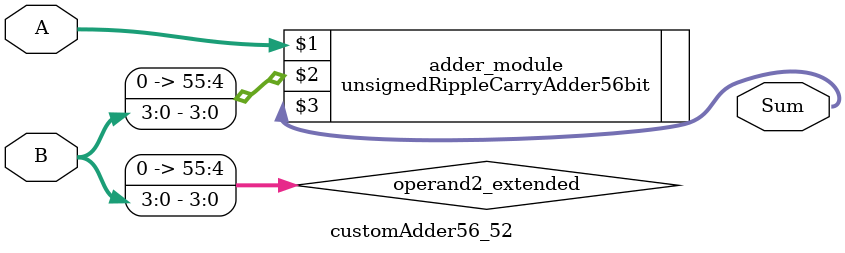
<source format=v>
module customAdder56_52(
                        input [55 : 0] A,
                        input [3 : 0] B,
                        
                        output [56 : 0] Sum
                );

        wire [55 : 0] operand2_extended;
        
        assign operand2_extended =  {52'b0, B};
        
        unsignedRippleCarryAdder56bit adder_module(
            A,
            operand2_extended,
            Sum
        );
        
        endmodule
        
</source>
